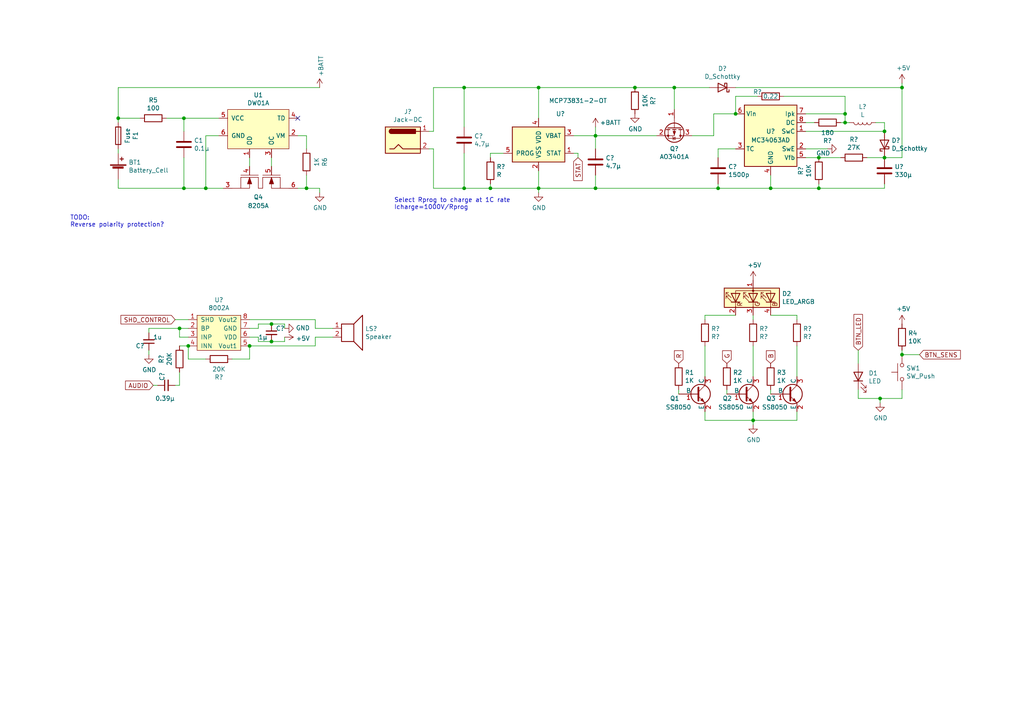
<source format=kicad_sch>
(kicad_sch (version 20211123) (generator eeschema)
  (paper "A4")
  (lib_symbols
    (symbol "Battery_Management:MCP73831-2-OT" (pin_names (offset 1.016))
      (property "Reference" "U" (at -7.62 6.35 0))
      (property "Value" "MCP73831-2-OT" (at 1.27 6.35 0))
      (symbol "MCP73831-2-OT_0_1"
        (rectangle (start -7.62 5.08) (end 7.62 -5.08) (stroke (width 0.254)) (fill (type background)))
      )
      (symbol "MCP73831-2-OT_1_1"
        (pin output line (at 10.16 -2.54 180) (length 2.54) (name "STAT") (number "1"))
        (pin power_in line (at 0 -7.62 90) (length 2.54) (name "VSS") (number "2"))
        (pin power_out line (at 10.16 2.54 180) (length 2.54) (name "VBAT") (number "3"))
        (pin power_in line (at 0 7.62 270) (length 2.54) (name "VDD") (number "4"))
        (pin input line (at -10.16 -2.54 0) (length 2.54) (name "PROG") (number "5"))
      )
    )
    (symbol "Connector:Jack-DC" (pin_names (offset 1.016))
      (property "Reference" "J" (at 0 5.334 0))
      (property "Value" "Jack-DC" (at 0 -5.08 0))
      (symbol "Jack-DC_0_1"
        (rectangle (start -5.08 3.81) (end 5.08 -3.81) (stroke (width 0.254)) (fill (type background)))
        (arc (start -3.302 3.175) (mid -3.937 2.54) (end -3.302 1.905) (stroke (width 0.254)))
        (arc (start -3.302 3.175) (mid -3.937 2.54) (end -3.302 1.905) (stroke (width 0.254)) (fill (type outline)))
        (polyline (pts (xy 5.08 2.54) (xy 3.81 2.54)) (stroke (width 0.254)))
        (polyline (pts (xy -3.81 -2.54) (xy -2.54 -2.54) (xy -1.27 -1.27) (xy 0 -2.54) (xy 2.54 -2.54) (xy 5.08 -2.54)) (stroke (width 0.254)))
        (rectangle (start 3.683 3.175) (end -3.302 1.905) (stroke (width 0.254)) (fill (type outline)))
      )
      (symbol "Jack-DC_1_1"
        (pin passive line (at 7.62 2.54 180) (length 2.54) (name "~") (number "1"))
        (pin passive line (at 7.62 -2.54 180) (length 2.54) (name "~") (number "2"))
      )
    )
    (symbol "Device:Battery_Cell" (pin_numbers hide) (pin_names (offset 0) hide)
      (property "Reference" "BT" (at 2.54 2.54 0))
      (property "Value" "Battery_Cell" (at 2.54 0 0))
      (symbol "Battery_Cell_0_1"
        (rectangle (start -2.286 1.778) (end 2.286 1.524) (fill (type outline)))
        (rectangle (start -1.5748 1.1938) (end 1.4732 0.6858) (fill (type outline)))
        (polyline (pts (xy 0 0.762) (xy 0 0)))
        (polyline (pts (xy 0 1.778) (xy 0 2.54)))
        (polyline (pts (xy 0.508 3.429) (xy 1.524 3.429)) (stroke (width 0.254)))
        (polyline (pts (xy 1.016 3.937) (xy 1.016 2.921)) (stroke (width 0.254)))
      )
      (symbol "Battery_Cell_1_1"
        (pin passive line (at 0 5.08 270) (length 2.54) (name "+") (number "1"))
        (pin passive line (at 0 -2.54 90) (length 2.54) (name "-") (number "2"))
      )
    )
    (symbol "Device:C" (pin_numbers hide) (pin_names (offset 0.254))
      (property "Reference" "C" (at 0.635 2.54 0))
      (property "Value" "C" (at 0.635 -2.54 0))
      (symbol "C_0_1"
        (polyline (pts (xy -2.032 -0.762) (xy 2.032 -0.762)) (stroke (width 0.508)))
        (polyline (pts (xy -2.032 0.762) (xy 2.032 0.762)) (stroke (width 0.508)))
      )
      (symbol "C_1_1"
        (pin passive line (at 0 3.81 270) (length 2.794) (name "~") (number "1"))
        (pin passive line (at 0 -3.81 90) (length 2.794) (name "~") (number "2"))
      )
    )
    (symbol "Device:C_Small" (pin_numbers hide) (pin_names (offset 0.254) hide)
      (property "Reference" "C" (at 0.254 1.778 0))
      (property "Value" "C_Small" (at 0.254 -2.032 0))
      (symbol "C_Small_0_1"
        (polyline (pts (xy -1.524 -0.508) (xy 1.524 -0.508)) (stroke (width 0.3302)))
        (polyline (pts (xy -1.524 0.508) (xy 1.524 0.508)) (stroke (width 0.3048)))
      )
      (symbol "C_Small_1_1"
        (pin passive line (at 0 2.54 270) (length 2.032) (name "~") (number "1"))
        (pin passive line (at 0 -2.54 90) (length 2.032) (name "~") (number "2"))
      )
    )
    (symbol "Device:D_Schottky" (pin_numbers hide) (pin_names (offset 1.016) hide)
      (property "Reference" "D" (at 0 2.54 0))
      (property "Value" "D_Schottky" (at 0 -2.54 0))
      (symbol "D_Schottky_0_1"
        (polyline (pts (xy 1.27 0) (xy -1.27 0)))
        (polyline (pts (xy 1.27 1.27) (xy 1.27 -1.27) (xy -1.27 0) (xy 1.27 1.27)) (stroke (width 0.254)))
        (polyline (pts (xy -1.905 0.635) (xy -1.905 1.27) (xy -1.27 1.27) (xy -1.27 -1.27) (xy -0.635 -1.27) (xy -0.635 -0.635)) (stroke (width 0.254)))
      )
      (symbol "D_Schottky_1_1"
        (pin passive line (at -3.81 0 0) (length 2.54) (name "K") (number "1"))
        (pin passive line (at 3.81 0 180) (length 2.54) (name "A") (number "2"))
      )
    )
    (symbol "Device:Fuse" (pin_numbers hide) (pin_names (offset 0))
      (property "Reference" "F" (at 2.032 0 90))
      (property "Value" "Fuse" (at -1.905 0 90))
      (symbol "Fuse_0_1"
        (rectangle (start -0.762 -2.54) (end 0.762 2.54) (stroke (width 0.254)))
        (polyline (pts (xy 0 2.54) (xy 0 -2.54)))
      )
      (symbol "Fuse_1_1"
        (pin passive line (at 0 3.81 270) (length 1.27) (name "~") (number "1"))
        (pin passive line (at 0 -3.81 90) (length 1.27) (name "~") (number "2"))
      )
    )
    (symbol "Device:L" (pin_numbers hide) (pin_names (offset 1.016) hide)
      (property "Reference" "L" (at -1.27 0 90))
      (property "Value" "L" (at 1.905 0 90))
      (symbol "L_0_1"
        (arc (start 0 -2.54) (mid 0.635 -1.905) (end 0 -1.27))
        (arc (start 0 -1.27) (mid 0.635 -0.635) (end 0 0))
        (arc (start 0 0) (mid 0.635 0.635) (end 0 1.27))
        (arc (start 0 1.27) (mid 0.635 1.905) (end 0 2.54))
      )
      (symbol "L_1_1"
        (pin passive line (at 0 3.81 270) (length 1.27) (name "1") (number "1"))
        (pin passive line (at 0 -3.81 90) (length 1.27) (name "2") (number "2"))
      )
    )
    (symbol "Device:LED" (pin_numbers hide) (pin_names (offset 1.016) hide)
      (property "Reference" "D" (at 0 2.54 0))
      (property "Value" "LED" (at 0 -2.54 0))
      (symbol "LED_0_1"
        (polyline (pts (xy -1.27 -1.27) (xy -1.27 1.27)) (stroke (width 0.254)))
        (polyline (pts (xy -1.27 0) (xy 1.27 0)))
        (polyline (pts (xy 1.27 -1.27) (xy 1.27 1.27) (xy -1.27 0) (xy 1.27 -1.27)) (stroke (width 0.254)))
        (polyline (pts (xy -3.048 -0.762) (xy -4.572 -2.286) (xy -3.81 -2.286) (xy -4.572 -2.286) (xy -4.572 -1.524)))
        (polyline (pts (xy -1.778 -0.762) (xy -3.302 -2.286) (xy -2.54 -2.286) (xy -3.302 -2.286) (xy -3.302 -1.524)))
      )
      (symbol "LED_1_1"
        (pin passive line (at -3.81 0 0) (length 2.54) (name "K") (number "1"))
        (pin passive line (at 3.81 0 180) (length 2.54) (name "A") (number "2"))
      )
    )
    (symbol "Device:LED_ARGB" (pin_names (offset 0) hide)
      (property "Reference" "D" (at 0 9.398 0))
      (property "Value" "LED_ARGB" (at 0 -8.89 0))
      (symbol "LED_ARGB_0_0"
        (text "B" (at -1.905 -6.35 0) (effects (font (size 1.27 1.27))))
        (text "G" (at -1.905 -1.27 0) (effects (font (size 1.27 1.27))))
        (text "R" (at -1.905 3.81 0) (effects (font (size 1.27 1.27))))
      )
      (symbol "LED_ARGB_0_1"
        (polyline (pts (xy -1.27 -5.08) (xy -2.54 -5.08)))
        (polyline (pts (xy -1.27 -5.08) (xy 1.27 -5.08)))
        (polyline (pts (xy -1.27 -3.81) (xy -1.27 -6.35)) (stroke (width 0.254)))
        (polyline (pts (xy -1.27 0) (xy -2.54 0)))
        (polyline (pts (xy -1.27 1.27) (xy -1.27 -1.27)) (stroke (width 0.254)))
        (polyline (pts (xy -1.27 5.08) (xy -2.54 5.08)))
        (polyline (pts (xy -1.27 5.08) (xy 1.27 5.08)))
        (polyline (pts (xy -1.27 6.35) (xy -1.27 3.81)) (stroke (width 0.254)))
        (polyline (pts (xy 1.27 0) (xy -1.27 0)))
        (polyline (pts (xy 1.27 0) (xy 2.54 0)))
        (polyline (pts (xy -1.27 1.27) (xy -1.27 -1.27) (xy -1.27 -1.27)))
        (polyline (pts (xy -1.27 6.35) (xy -1.27 3.81) (xy -1.27 3.81)))
        (polyline (pts (xy 1.27 -5.08) (xy 2.032 -5.08) (xy 2.032 5.08) (xy 1.27 5.08)))
        (polyline (pts (xy 1.27 -3.81) (xy 1.27 -6.35) (xy -1.27 -5.08) (xy 1.27 -3.81)) (stroke (width 0.254)))
        (polyline (pts (xy 1.27 1.27) (xy 1.27 -1.27) (xy -1.27 0) (xy 1.27 1.27)) (stroke (width 0.254)))
        (polyline (pts (xy 1.27 6.35) (xy 1.27 3.81) (xy -1.27 5.08) (xy 1.27 6.35)) (stroke (width 0.254)))
        (polyline (pts (xy -1.016 -3.81) (xy 0.508 -2.286) (xy -0.254 -2.286) (xy 0.508 -2.286) (xy 0.508 -3.048)))
        (polyline (pts (xy -1.016 1.27) (xy 0.508 2.794) (xy -0.254 2.794) (xy 0.508 2.794) (xy 0.508 2.032)))
        (polyline (pts (xy -1.016 6.35) (xy 0.508 7.874) (xy -0.254 7.874) (xy 0.508 7.874) (xy 0.508 7.112)))
        (polyline (pts (xy 0 -3.81) (xy 1.524 -2.286) (xy 0.762 -2.286) (xy 1.524 -2.286) (xy 1.524 -3.048)))
        (polyline (pts (xy 0 1.27) (xy 1.524 2.794) (xy 0.762 2.794) (xy 1.524 2.794) (xy 1.524 2.032)))
        (polyline (pts (xy 0 6.35) (xy 1.524 7.874) (xy 0.762 7.874) (xy 1.524 7.874) (xy 1.524 7.112)))
        (rectangle (start 1.27 -1.27) (end 1.27 1.27))
        (rectangle (start 1.27 1.27) (end 1.27 1.27))
        (rectangle (start 1.27 3.81) (end 1.27 6.35))
        (rectangle (start 1.27 6.35) (end 1.27 6.35))
        (circle (center 2.032 0) (radius 0.254) (fill (type outline)))
        (rectangle (start 2.794 8.382) (end -2.794 -7.62) (stroke (width 0.254)) (fill (type background)))
      )
      (symbol "LED_ARGB_1_1"
        (pin passive line (at 5.08 0 180) (length 2.54) (name "A") (number "1"))
        (pin passive line (at -5.08 5.08 0) (length 2.54) (name "RK") (number "2"))
        (pin passive line (at -5.08 0 0) (length 2.54) (name "GK") (number "3"))
        (pin passive line (at -5.08 -5.08 0) (length 2.54) (name "BK") (number "4"))
      )
    )
    (symbol "Device:R" (pin_numbers hide) (pin_names (offset 0))
      (property "Reference" "R" (at 2.032 0 90))
      (property "Value" "R" (at 0 0 90))
      (symbol "R_0_1"
        (rectangle (start -1.016 -2.54) (end 1.016 2.54) (stroke (width 0.254)))
      )
      (symbol "R_1_1"
        (pin passive line (at 0 3.81 270) (length 1.27) (name "~") (number "1"))
        (pin passive line (at 0 -3.81 90) (length 1.27) (name "~") (number "2"))
      )
    )
    (symbol "Device:Speaker" (pin_names (offset 0) hide)
      (property "Reference" "LS" (at 1.27 5.715 0))
      (property "Value" "Speaker" (at 1.27 3.81 0))
      (symbol "Speaker_0_0"
        (rectangle (start -2.54 1.27) (end 1.016 -3.81) (stroke (width 0.254)))
        (polyline (pts (xy 1.016 1.27) (xy 3.556 3.81) (xy 3.556 -6.35) (xy 1.016 -3.81)) (stroke (width 0.254)))
      )
      (symbol "Speaker_1_1"
        (pin input line (at -5.08 0 0) (length 2.54) (name "1") (number "1"))
        (pin input line (at -5.08 -2.54 0) (length 2.54) (name "2") (number "2"))
      )
    )
    (symbol "Lightsaber_custom:8002A" (pin_names (offset 1.016))
      (property "Reference" "U" (at 0 2.54 0))
      (property "Value" "8002A" (at 0 0 0))
      (symbol "8002A_0_1"
        (rectangle (start -6.35 -2.54) (end 6.35 -12.7) (fill (type background)))
      )
      (symbol "8002A_1_1"
        (pin bidirectional line (at -8.89 -3.81 0) (length 2.54) (name "SHD") (number "1"))
        (pin bidirectional line (at -8.89 -6.35 0) (length 2.54) (name "BP") (number "2"))
        (pin bidirectional line (at -8.89 -8.89 0) (length 2.54) (name "INP") (number "3"))
        (pin bidirectional line (at -8.89 -11.43 0) (length 2.54) (name "INN") (number "4"))
        (pin bidirectional line (at 8.89 -11.43 180) (length 2.54) (name "Vout1") (number "5"))
        (pin bidirectional line (at 8.89 -8.89 180) (length 2.54) (name "VDD") (number "6"))
        (pin bidirectional line (at 8.89 -6.35 180) (length 2.54) (name "GND") (number "7"))
        (pin bidirectional line (at 8.89 -3.81 180) (length 2.54) (name "Vout2") (number "8"))
      )
    )
    (symbol "Lightsaber_custom:8205A" (pin_names (offset 1.016) hide)
      (property "Reference" "Q" (at 0 2.54 0))
      (property "Value" "8205A" (at 0 0 0))
      (symbol "8205A_0_1"
        (polyline (pts (xy -8.89 -11.43) (xy -6.35 -11.43)))
        (polyline (pts (xy 0 -11.43) (xy -1.27 -11.43)))
        (polyline (pts (xy 5.08 -11.43) (xy 7.62 -11.43)))
        (polyline (pts (xy -3.81 -10.16) (xy -3.81 -11.43) (xy -6.35 -11.43)))
        (polyline (pts (xy 2.54 -10.16) (xy 2.54 -11.43) (xy 5.08 -11.43)))
      )
      (symbol "8205A_1_1"
        (polyline (pts (xy -6.35 -8.255) (xy -6.35 -11.43)))
        (polyline (pts (xy -6.35 -8.255) (xy -1.27 -8.255)))
        (polyline (pts (xy -6.35 -7.62) (xy -1.27 -7.62)))
        (polyline (pts (xy -1.27 -11.43) (xy -1.27 -8.255)))
        (polyline (pts (xy 0 -8.255) (xy 0 -11.43)))
        (polyline (pts (xy 0 -8.255) (xy 5.08 -8.255)))
        (polyline (pts (xy 0 -7.62) (xy 5.08 -7.62)))
        (polyline (pts (xy 5.08 -11.43) (xy 5.08 -8.255)))
        (polyline (pts (xy -3.81 -8.255) (xy -3.175 -10.16) (xy -4.445 -10.16) (xy -3.81 -8.255)) (fill (type outline)))
        (polyline (pts (xy 2.54 -8.255) (xy 3.175 -10.16) (xy 1.905 -10.16) (xy 2.54 -8.255)) (fill (type outline)))
        (pin passive line (at -1.27 -11.43 270) (length 2.54) hide (name "D1") (number "1"))
        (pin passive line (at -11.43 -8.89 0) (length 2.54) hide (name "S1") (number "2"))
        (pin passive line (at -11.43 -11.43 0) (length 2.54) (name "S1") (number "3"))
        (pin passive line (at -3.81 -5.08 270) (length 2.54) (name "G1") (number "4"))
        (pin passive line (at 2.54 -5.08 270) (length 2.54) (name "G2") (number "5"))
        (pin passive line (at 10.16 -11.43 180) (length 2.54) (name "S2") (number "6"))
        (pin passive line (at 10.16 -8.89 180) (length 2.54) hide (name "S2") (number "7"))
        (pin passive line (at 0 -11.43 270) (length 2.54) hide (name "D2") (number "8"))
      )
    )
    (symbol "Lightsaber_custom:DW01A" (pin_names (offset 1.016))
      (property "Reference" "U" (at -1.27 1.27 0))
      (property "Value" "DW01A" (at -1.27 -1.27 0))
      (symbol "DW01A_0_1"
        (rectangle (start -10.16 -2.54) (end 7.62 -13.97) (fill (type background)))
      )
      (symbol "DW01A_1_1"
        (pin output line (at -3.81 -16.51 90) (length 2.54) (name "OD") (number "1"))
        (pin input line (at 10.16 -10.16 180) (length 2.54) (name "VM") (number "2"))
        (pin output line (at 2.54 -16.51 90) (length 2.54) (name "OC") (number "3"))
        (pin output line (at 10.16 -5.08 180) (length 2.54) (name "TD") (number "4"))
        (pin input line (at -12.7 -5.08 0) (length 2.54) (name "VCC") (number "5"))
        (pin input line (at -12.7 -10.16 0) (length 2.54) (name "GND") (number "6"))
      )
    )
    (symbol "Lightsaber_custom:SS8050" (pin_names (offset 0))
      (property "Reference" "Q" (at -3.81 -6.35 0))
      (property "Value" "SS8050" (at -3.81 -8.89 0))
      (symbol "SS8050_1_1"
        (polyline (pts (xy 0.635 -12.065) (xy 2.54 -10.16)))
        (polyline (pts (xy 0.635 -13.335) (xy 2.54 -15.24) (xy 2.54 -15.24)))
        (polyline (pts (xy 0.635 -10.795) (xy 0.635 -14.605) (xy 0.635 -14.605)) (stroke (width 0.508)))
        (polyline (pts (xy 1.27 -14.478) (xy 1.778 -13.97) (xy 2.286 -14.986) (xy 1.27 -14.478) (xy 1.27 -14.478)) (fill (type outline)))
        (circle (center 1.27 -12.7) (radius 2.8194) (stroke (width 0.254)))
        (pin passive line (at -5.08 -12.7 0) (length 5.715) (name "B") (number "1"))
        (pin passive line (at 2.54 -17.78 90) (length 2.54) (name "E") (number "2"))
        (pin passive line (at 2.54 -7.62 270) (length 2.54) (name "C") (number "3"))
      )
    )
    (symbol "Regulator_Switching:MC34063AD"
      (property "Reference" "U" (at -7.62 8.89 0))
      (property "Value" "MC34063AD" (at 0 8.89 0))
      (symbol "MC34063AD_0_1"
        (rectangle (start -7.62 7.62) (end 7.62 -10.16) (stroke (width 0.254)) (fill (type background)))
      )
      (symbol "MC34063AD_1_1"
        (pin open_collector line (at 10.16 0 180) (length 2.54) (name "SwC") (number "1"))
        (pin open_emitter line (at 10.16 -5.08 180) (length 2.54) (name "SwE") (number "2"))
        (pin passive line (at -10.16 -5.08 0) (length 2.54) (name "TC") (number "3"))
        (pin power_in line (at 0 -12.7 90) (length 2.54) (name "GND") (number "4"))
        (pin input line (at 10.16 -7.62 180) (length 2.54) (name "Vfb") (number "5"))
        (pin power_in line (at -10.16 5.08 0) (length 2.54) (name "Vin") (number "6"))
        (pin input line (at 10.16 5.08 180) (length 2.54) (name "Ipk") (number "7"))
        (pin open_collector line (at 10.16 2.54 180) (length 2.54) (name "DC") (number "8"))
      )
    )
    (symbol "Switch:SW_Push" (pin_numbers hide) (pin_names (offset 1.016) hide)
      (property "Reference" "SW" (at 1.27 2.54 0))
      (property "Value" "SW_Push" (at 0 -1.524 0))
      (symbol "SW_Push_0_1"
        (circle (center -2.032 0) (radius 0.508))
        (polyline (pts (xy 0 1.27) (xy 0 3.048)))
        (polyline (pts (xy 2.54 1.27) (xy -2.54 1.27)))
        (circle (center 2.032 0) (radius 0.508))
        (pin passive line (at -5.08 0 0) (length 2.54) (name "1") (number "1"))
        (pin passive line (at 5.08 0 180) (length 2.54) (name "2") (number "2"))
      )
    )
    (symbol "Transistor_FET:AO3401A" (pin_names hide)
      (property "Reference" "Q" (at 5.08 1.905 0))
      (property "Value" "AO3401A" (at 5.08 0 0))
      (symbol "AO3401A_0_1"
        (polyline (pts (xy 0.254 0) (xy -2.54 0)))
        (polyline (pts (xy 0.254 1.905) (xy 0.254 -1.905)) (stroke (width 0.254)))
        (polyline (pts (xy 0.762 -1.27) (xy 0.762 -2.286)) (stroke (width 0.254)))
        (polyline (pts (xy 0.762 0.508) (xy 0.762 -0.508)) (stroke (width 0.254)))
        (polyline (pts (xy 0.762 2.286) (xy 0.762 1.27)) (stroke (width 0.254)))
        (polyline (pts (xy 2.54 2.54) (xy 2.54 1.778)))
        (polyline (pts (xy 2.54 -2.54) (xy 2.54 0) (xy 0.762 0)))
        (polyline (pts (xy 0.762 1.778) (xy 3.302 1.778) (xy 3.302 -1.778) (xy 0.762 -1.778)))
        (polyline (pts (xy 2.286 0) (xy 1.27 0.381) (xy 1.27 -0.381) (xy 2.286 0)) (fill (type outline)))
        (polyline (pts (xy 2.794 -0.508) (xy 2.921 -0.381) (xy 3.683 -0.381) (xy 3.81 -0.254)))
        (polyline (pts (xy 3.302 -0.381) (xy 2.921 0.254) (xy 3.683 0.254) (xy 3.302 -0.381)))
        (circle (center 1.651 0) (radius 2.794) (stroke (width 0.254)))
        (circle (center 2.54 -1.778) (radius 0.254) (fill (type outline)))
        (circle (center 2.54 1.778) (radius 0.254) (fill (type outline)))
      )
      (symbol "AO3401A_1_1"
        (pin input line (at -5.08 0 0) (length 2.54) (name "G") (number "1"))
        (pin passive line (at 2.54 -5.08 90) (length 2.54) (name "S") (number "2"))
        (pin passive line (at 2.54 5.08 270) (length 2.54) (name "D") (number "3"))
      )
    )
    (symbol "power:+5V" (power) (pin_names (offset 0))
      (property "Value" "+5V" (at 0 3.556 0))
      (symbol "+5V_0_1"
        (polyline (pts (xy -0.762 1.27) (xy 0 2.54)))
        (polyline (pts (xy 0 0) (xy 0 2.54)))
        (polyline (pts (xy 0 2.54) (xy 0.762 1.27)))
      )
      (symbol "+5V_1_1"
        (pin power_in line (at 0 0 90) (length 0) hide (name "+5V") (number "1"))
      )
    )
    (symbol "power:+BATT" (power) (pin_names (offset 0))
      (property "Value" "+BATT" (at 0 3.556 0))
      (symbol "+BATT_0_1"
        (polyline (pts (xy -0.762 1.27) (xy 0 2.54)))
        (polyline (pts (xy 0 0) (xy 0 2.54)))
        (polyline (pts (xy 0 2.54) (xy 0.762 1.27)))
      )
      (symbol "+BATT_1_1"
        (pin power_in line (at 0 0 90) (length 0) hide (name "+BATT") (number "1"))
      )
    )
    (symbol "power:GND" (power) (pin_names (offset 0))
      (property "Value" "GND" (at 0 -3.81 0))
      (symbol "GND_0_1"
        (polyline (pts (xy 0 0) (xy 0 -1.27) (xy 1.27 -1.27) (xy 0 -2.54) (xy -1.27 -1.27) (xy 0 -1.27)))
      )
      (symbol "GND_1_1"
        (pin power_in line (at 0 0 270) (length 0) hide (name "GND") (number "1"))
      )
    )
  )
  (junction (at 172.72 39.37))
  (junction (at 208.28 54.61))
  (junction (at 78.74 93.98))
  (junction (at 184.15 25.4))
  (junction (at 245.11 35.56))
  (junction (at 261.62 25.4))
  (junction (at 53.34 34.29))
  (junction (at 255.27 115.57))
  (junction (at 72.39 100.33))
  (junction (at 218.44 121.92))
  (junction (at 156.21 25.4))
  (junction (at 245.11 33.02))
  (junction (at 213.36 33.02))
  (junction (at 52.07 95.25))
  (junction (at 142.24 54.61))
  (junction (at 261.62 102.87))
  (junction (at 172.72 54.61))
  (junction (at 223.52 54.61))
  (junction (at 59.69 54.61))
  (junction (at 53.34 54.61))
  (junction (at 34.29 34.29))
  (junction (at 134.62 25.4))
  (junction (at 54.61 100.33))
  (junction (at 256.54 45.72))
  (junction (at 156.21 54.61))
  (junction (at 134.62 54.61))
  (junction (at 88.9 54.61))
  (junction (at 195.58 25.4))
  (junction (at 78.74 99.06))
  (junction (at 237.49 54.61))
  (junction (at 237.49 45.72))
  (junction (at 256.54 38.1))
  (no_connect (at 86.36 34.29))
  (wire (pts (xy 218.44 121.92) (xy 231.14 121.92)))
  (wire (pts (xy 210.82 114.3) (xy 210.82 113.03)))
  (wire (pts (xy 74.93 95.25) (xy 74.93 93.98)))
  (wire (pts (xy 255.27 116.84) (xy 255.27 115.57)))
  (wire (pts (xy 248.92 115.57) (xy 248.92 113.03)))
  (wire (pts (xy 78.74 99.06) (xy 74.93 99.06)))
  (wire (pts (xy 74.93 97.79) (xy 72.39 97.79)))
  (wire (pts (xy 167.64 44.45) (xy 166.37 44.45)))
  (wire (pts (xy 223.52 91.44) (xy 231.14 91.44)))
  (wire (pts (xy 124.46 38.1) (xy 125.73 38.1)))
  (wire (pts (xy 63.5 34.29) (xy 53.34 34.29)))
  (wire (pts (xy 256.54 45.72) (xy 261.62 45.72)))
  (wire (pts (xy 124.46 43.18) (xy 125.73 43.18)))
  (wire (pts (xy 167.64 45.72) (xy 167.64 44.45)))
  (wire (pts (xy 142.24 53.34) (xy 142.24 54.61)))
  (wire (pts (xy 255.27 115.57) (xy 261.62 115.57)))
  (wire (pts (xy 218.44 91.44) (xy 218.44 92.71)))
  (wire (pts (xy 256.54 45.72) (xy 251.46 45.72)))
  (wire (pts (xy 88.9 54.61) (xy 92.71 54.61)))
  (wire (pts (xy 195.58 25.4) (xy 195.58 31.75)))
  (wire (pts (xy 213.36 91.44) (xy 204.47 91.44)))
  (wire (pts (xy 72.39 45.72) (xy 72.39 48.26)))
  (wire (pts (xy 52.07 111.76) (xy 52.07 107.95)))
  (wire (pts (xy 207.01 33.02) (xy 207.01 39.37)))
  (wire (pts (xy 82.55 93.98) (xy 82.55 95.25)))
  (wire (pts (xy 34.29 25.4) (xy 92.71 25.4)))
  (wire (pts (xy 246.38 35.56) (xy 245.11 35.56)))
  (wire (pts (xy 213.36 43.18) (xy 208.28 43.18)))
  (wire (pts (xy 245.11 27.94) (xy 227.33 27.94)))
  (wire (pts (xy 245.11 35.56) (xy 243.84 35.56)))
  (wire (pts (xy 74.93 99.06) (xy 74.93 97.79)))
  (wire (pts (xy 44.45 111.76) (xy 45.72 111.76)))
  (wire (pts (xy 196.85 114.3) (xy 196.85 113.03)))
  (wire (pts (xy 72.39 100.33) (xy 91.44 100.33)))
  (wire (pts (xy 208.28 43.18) (xy 208.28 45.72)))
  (wire (pts (xy 184.15 25.4) (xy 195.58 25.4)))
  (wire (pts (xy 223.52 114.3) (xy 223.52 113.03)))
  (wire (pts (xy 52.07 97.79) (xy 52.07 95.25)))
  (wire (pts (xy 142.24 45.72) (xy 142.24 44.45)))
  (wire (pts (xy 172.72 54.61) (xy 156.21 54.61)))
  (wire (pts (xy 237.49 54.61) (xy 223.52 54.61)))
  (wire (pts (xy 59.69 104.14) (xy 54.61 104.14)))
  (wire (pts (xy 59.69 39.37) (xy 59.69 54.61)))
  (wire (pts (xy 261.62 25.4) (xy 261.62 24.13)))
  (wire (pts (xy 190.5 39.37) (xy 172.72 39.37)))
  (wire (pts (xy 54.61 104.14) (xy 54.61 100.33)))
  (wire (pts (xy 88.9 39.37) (xy 86.36 39.37)))
  (wire (pts (xy 213.36 27.94) (xy 213.36 33.02)))
  (wire (pts (xy 92.71 55.88) (xy 92.71 54.61)))
  (wire (pts (xy 172.72 39.37) (xy 172.72 43.18)))
  (wire (pts (xy 261.62 45.72) (xy 261.62 25.4)))
  (wire (pts (xy 207.01 39.37) (xy 200.66 39.37)))
  (wire (pts (xy 34.29 34.29) (xy 40.64 34.29)))
  (wire (pts (xy 204.47 121.92) (xy 204.47 119.38)))
  (wire (pts (xy 88.9 43.18) (xy 88.9 39.37)))
  (wire (pts (xy 256.54 38.1) (xy 256.54 35.56)))
  (wire (pts (xy 218.44 123.19) (xy 218.44 121.92)))
  (wire (pts (xy 219.71 27.94) (xy 213.36 27.94)))
  (wire (pts (xy 34.29 34.29) (xy 34.29 25.4)))
  (wire (pts (xy 256.54 54.61) (xy 237.49 54.61)))
  (wire (pts (xy 88.9 50.8) (xy 88.9 54.61)))
  (wire (pts (xy 72.39 95.25) (xy 74.93 95.25)))
  (wire (pts (xy 78.74 45.72) (xy 78.74 48.26)))
  (wire (pts (xy 236.22 35.56) (xy 233.68 35.56)))
  (wire (pts (xy 204.47 100.33) (xy 204.47 109.22)))
  (wire (pts (xy 172.72 50.8) (xy 172.72 54.61)))
  (wire (pts (xy 67.31 104.14) (xy 72.39 104.14)))
  (wire (pts (xy 240.03 43.18) (xy 233.68 43.18)))
  (wire (pts (xy 96.52 95.25) (xy 91.44 95.25)))
  (wire (pts (xy 74.93 93.98) (xy 78.74 93.98)))
  (wire (pts (xy 34.29 52.07) (xy 34.29 54.61)))
  (wire (pts (xy 125.73 25.4) (xy 125.73 38.1)))
  (wire (pts (xy 256.54 53.34) (xy 256.54 54.61)))
  (wire (pts (xy 125.73 25.4) (xy 134.62 25.4)))
  (wire (pts (xy 34.29 54.61) (xy 53.34 54.61)))
  (wire (pts (xy 134.62 25.4) (xy 156.21 25.4)))
  (wire (pts (xy 91.44 100.33) (xy 91.44 97.79)))
  (wire (pts (xy 255.27 115.57) (xy 248.92 115.57)))
  (wire (pts (xy 53.34 45.72) (xy 53.34 54.61)))
  (wire (pts (xy 156.21 25.4) (xy 184.15 25.4)))
  (wire (pts (xy 208.28 54.61) (xy 172.72 54.61)))
  (wire (pts (xy 54.61 97.79) (xy 52.07 97.79)))
  (wire (pts (xy 204.47 91.44) (xy 204.47 92.71)))
  (wire (pts (xy 43.18 95.25) (xy 52.07 95.25)))
  (wire (pts (xy 78.74 93.98) (xy 82.55 93.98)))
  (wire (pts (xy 82.55 97.79) (xy 82.55 99.06)))
  (wire (pts (xy 125.73 43.18) (xy 125.73 54.61)))
  (wire (pts (xy 53.34 38.1) (xy 53.34 34.29)))
  (wire (pts (xy 82.55 99.06) (xy 78.74 99.06)))
  (wire (pts (xy 156.21 54.61) (xy 156.21 49.53)))
  (wire (pts (xy 142.24 44.45) (xy 146.05 44.45)))
  (wire (pts (xy 223.52 54.61) (xy 208.28 54.61)))
  (wire (pts (xy 91.44 95.25) (xy 91.44 92.71)))
  (wire (pts (xy 156.21 55.88) (xy 156.21 54.61)))
  (wire (pts (xy 231.14 121.92) (xy 231.14 119.38)))
  (wire (pts (xy 34.29 43.18) (xy 34.29 44.45)))
  (wire (pts (xy 245.11 33.02) (xy 233.68 33.02)))
  (wire (pts (xy 156.21 25.4) (xy 156.21 34.29)))
  (wire (pts (xy 231.14 91.44) (xy 231.14 92.71)))
  (wire (pts (xy 231.14 100.33) (xy 231.14 109.22)))
  (wire (pts (xy 59.69 54.61) (xy 64.77 54.61)))
  (wire (pts (xy 233.68 38.1) (xy 256.54 38.1)))
  (wire (pts (xy 72.39 104.14) (xy 72.39 100.33)))
  (wire (pts (xy 86.36 54.61) (xy 88.9 54.61)))
  (wire (pts (xy 134.62 25.4) (xy 134.62 36.83)))
  (wire (pts (xy 34.29 34.29) (xy 34.29 35.56)))
  (wire (pts (xy 218.44 121.92) (xy 204.47 121.92)))
  (wire (pts (xy 218.44 100.33) (xy 218.44 109.22)))
  (wire (pts (xy 53.34 54.61) (xy 59.69 54.61)))
  (wire (pts (xy 233.68 45.72) (xy 237.49 45.72)))
  (wire (pts (xy 172.72 36.83) (xy 172.72 39.37)))
  (wire (pts (xy 243.84 45.72) (xy 237.49 45.72)))
  (wire (pts (xy 134.62 44.45) (xy 134.62 54.61)))
  (wire (pts (xy 208.28 54.61) (xy 208.28 53.34)))
  (wire (pts (xy 218.44 121.92) (xy 218.44 119.38)))
  (wire (pts (xy 261.62 101.6) (xy 261.62 102.87)))
  (wire (pts (xy 134.62 54.61) (xy 142.24 54.61)))
  (wire (pts (xy 245.11 33.02) (xy 245.11 27.94)))
  (wire (pts (xy 223.52 50.8) (xy 223.52 54.61)))
  (wire (pts (xy 261.62 115.57) (xy 261.62 113.03)))
  (wire (pts (xy 142.24 54.61) (xy 156.21 54.61)))
  (wire (pts (xy 91.44 97.79) (xy 96.52 97.79)))
  (wire (pts (xy 43.18 96.52) (xy 43.18 95.25)))
  (wire (pts (xy 213.36 25.4) (xy 261.62 25.4)))
  (wire (pts (xy 52.07 95.25) (xy 54.61 95.25)))
  (wire (pts (xy 53.34 34.29) (xy 48.26 34.29)))
  (wire (pts (xy 50.8 92.71) (xy 54.61 92.71)))
  (wire (pts (xy 205.74 25.4) (xy 195.58 25.4)))
  (wire (pts (xy 91.44 92.71) (xy 72.39 92.71)))
  (wire (pts (xy 213.36 33.02) (xy 207.01 33.02)))
  (wire (pts (xy 266.7 102.87) (xy 261.62 102.87)))
  (wire (pts (xy 237.49 53.34) (xy 237.49 54.61)))
  (wire (pts (xy 245.11 35.56) (xy 245.11 33.02)))
  (wire (pts (xy 52.07 100.33) (xy 54.61 100.33)))
  (wire (pts (xy 43.18 102.87) (xy 43.18 101.6)))
  (wire (pts (xy 256.54 35.56) (xy 254 35.56)))
  (wire (pts (xy 63.5 39.37) (xy 59.69 39.37)))
  (wire (pts (xy 172.72 39.37) (xy 166.37 39.37)))
  (wire (pts (xy 248.92 101.6) (xy 248.92 105.41)))
  (wire (pts (xy 125.73 54.61) (xy 134.62 54.61)))
  (wire (pts (xy 50.8 111.76) (xy 52.07 111.76)))
  (text "Select Rprog to charge at 1C rate\nIcharge=1000V/Rprog" (at 114.3 60.96 0) (effects (font (size 1.27 1.27)) (justify left bottom)))
  (text "TODO:\nReverse polarity protection?" (at 20.32 66.04 0) (effects (font (size 1.27 1.27)) (justify left bottom)))
  (global_label "R" (shape input) (at 196.85 105.41 90) (property "Intersheet References" "${INTERSHEET_REFS}" (effects hide)))
  (global_label "B" (shape input) (at 223.52 105.41 90) (property "Intersheet References" "${INTERSHEET_REFS}" (effects hide)))
  (global_label "STAT" (shape input) (at 167.64 45.72 270) (property "Intersheet References" "${INTERSHEET_REFS}" (effects hide)))
  (global_label "BTN_LED" (shape input) (at 248.92 101.6 90) (property "Intersheet References" "${INTERSHEET_REFS}" (effects hide)))
  (global_label "G" (shape input) (at 210.82 105.41 90) (property "Intersheet References" "${INTERSHEET_REFS}" (effects hide)))
  (global_label "AUDIO" (shape input) (at 44.45 111.76 180) (property "Intersheet References" "${INTERSHEET_REFS}" (effects hide)))
  (global_label "BTN_SENS" (shape input) (at 266.7 102.87 0) (property "Intersheet References" "${INTERSHEET_REFS}" (effects hide)))
  (global_label "SHD_CONTROL" (shape input) (at 50.8 92.71 180) (property "Intersheet References" "${INTERSHEET_REFS}" (effects hide)))
  (symbol (lib_id "power:+5V") (at 218.44 81.28 0) (unit 1)
    (property "Reference" "#PWR02" (effects hide))
    (property "Value" "+5V" (at 218.821 76.8858 0))
  )
  (symbol (lib_id "power:GND") (at 218.44 123.19 0) (unit 1)
    (property "Reference" "#PWR03" (effects hide))
    (property "Value" "GND" (at 218.567 127.5842 0))
  )
  (symbol (lib_id "Lightsaber_custom:SS8050") (at 201.93 101.6 0) (unit 1)
    (property "Reference" "Q1" (at 194.31 115.57 0) (effects (justify left)))
    (property "Value" "SS8050" (at 193.04 118.11 0) (effects (justify left)))
    (property "Footprint" "Package_TO_SOT_SMD:SOT-23_Handsoldering" (effects hide))
    (property "Datasheet" "https://datasheet.lcsc.com/lcsc/1811052004_Jiangsu-Changjing-Electronics-Technology-Co---Ltd--SS8050_C2150.pdf" (effects hide))
  )
  (symbol (lib_id "Device:R") (at 196.85 109.22 180) (unit 1)
    (property "Reference" "R1" (at 198.628 108.0516 0) (effects (justify right)))
    (property "Value" "1K" (at 198.628 110.363 0) (effects (justify right)))
    (property "Footprint" "Resistor_SMD:R_0402_1005Metric" (effects hide))
  )
  (symbol (lib_id "Device:LED_ARGB") (at 218.44 86.36 90) (unit 1)
    (property "Reference" "D2" (at 226.822 85.1916 90) (effects (justify right)))
    (property "Value" "LED_ARGB" (at 226.822 87.503 90) (effects (justify right)))
    (property "Footprint" "Connector_PinHeader_2.54mm:PinHeader_1x04_P2.54mm_Vertical" (effects hide))
  )
  (symbol (lib_id "Lightsaber_custom:SS8050") (at 215.9 101.6 0) (unit 1)
    (property "Reference" "Q2" (at 209.55 115.57 0) (effects (justify left)))
    (property "Value" "SS8050" (at 208.28 118.11 0) (effects (justify left)))
    (property "Footprint" "Package_TO_SOT_SMD:SOT-23_Handsoldering" (effects hide))
    (property "Datasheet" "https://datasheet.lcsc.com/lcsc/1811052004_Jiangsu-Changjing-Electronics-Technology-Co---Ltd--SS8050_C2150.pdf" (effects hide))
  )
  (symbol (lib_id "Device:R") (at 210.82 109.22 180) (unit 1)
    (property "Reference" "R2" (at 212.598 108.0516 0) (effects (justify right)))
    (property "Value" "1K" (at 212.598 110.363 0) (effects (justify right)))
    (property "Footprint" "Resistor_SMD:R_0402_1005Metric" (effects hide))
  )
  (symbol (lib_id "Lightsaber_custom:SS8050") (at 228.6 101.6 0) (unit 1)
    (property "Reference" "Q3" (at 222.25 115.57 0) (effects (justify left)))
    (property "Value" "SS8050" (at 220.98 118.11 0) (effects (justify left)))
    (property "Footprint" "Package_TO_SOT_SMD:SOT-23_Handsoldering" (effects hide))
    (property "Datasheet" "https://datasheet.lcsc.com/lcsc/1811052004_Jiangsu-Changjing-Electronics-Technology-Co---Ltd--SS8050_C2150.pdf" (effects hide))
  )
  (symbol (lib_id "Device:R") (at 223.52 109.22 180) (unit 1)
    (property "Reference" "R3" (at 225.298 108.0516 0) (effects (justify right)))
    (property "Value" "1K" (at 225.298 110.363 0) (effects (justify right)))
    (property "Footprint" "Resistor_SMD:R_0402_1005Metric" (effects hide))
  )
  (symbol (lib_id "Device:LED") (at 248.92 109.22 90) (unit 1)
    (property "Reference" "D1" (at 251.9172 108.2294 90) (effects (justify right)))
    (property "Value" "LED" (at 251.9172 110.5408 90) (effects (justify right)))
  )
  (symbol (lib_id "Switch:SW_Push") (at 261.62 107.95 90) (unit 1)
    (property "Reference" "SW1" (at 262.8392 106.7816 90) (effects (justify right)))
    (property "Value" "SW_Push" (at 262.8392 109.093 90) (effects (justify right)))
  )
  (symbol (lib_id "Device:R") (at 261.62 97.79 0) (unit 1)
    (property "Reference" "R4" (at 263.398 96.6216 0) (effects (justify left)))
    (property "Value" "10K" (at 263.398 98.933 0) (effects (justify left)))
    (property "Footprint" "Resistor_SMD:R_0402_1005Metric" (effects hide))
  )
  (symbol (lib_id "power:+5V") (at 261.62 93.98 0) (unit 1)
    (property "Reference" "#PWR04" (effects hide))
    (property "Value" "+5V" (at 262.001 89.5858 0))
  )
  (symbol (lib_id "power:GND") (at 255.27 116.84 0) (unit 1)
    (property "Reference" "#PWR01" (effects hide))
    (property "Value" "GND" (at 255.397 121.2342 0))
  )
  (symbol (lib_id "Device:Battery_Cell") (at 34.29 49.53 0) (unit 1)
    (property "Reference" "BT1" (at 37.2872 47.0916 0) (effects (justify left)))
    (property "Value" "Battery_Cell" (at 37.2872 49.403 0) (effects (justify left)))
  )
  (symbol (lib_id "Device:Fuse") (at 34.29 39.37 180) (unit 1)
    (property "Reference" "F1" (at 39.2938 39.37 90))
    (property "Value" "Fuse" (at 36.9824 39.37 90))
  )
  (symbol (lib_id "Lightsaber_custom:DW01A") (at 76.2 29.21 0) (unit 1)
    (property "Reference" "U1" (at 74.93 27.559 0))
    (property "Value" "DW01A" (at 74.93 29.8704 0))
    (property "Footprint" "Package_TO_SOT_SMD:SOT-23-6_Handsoldering" (effects hide))
  )
  (symbol (lib_id "Device:R") (at 44.45 34.29 270) (unit 1)
    (property "Reference" "R5" (at 44.45 29.0322 90))
    (property "Value" "100" (at 44.45 31.3436 90))
    (property "Footprint" "Resistor_SMD:R_0402_1005Metric" (effects hide))
  )
  (symbol (lib_id "Device:C") (at 53.34 41.91 0) (unit 1)
    (property "Reference" "C1" (at 56.261 40.7416 0) (effects (justify left)))
    (property "Value" "0.1µ" (at 56.261 43.053 0) (effects (justify left)))
  )
  (symbol (lib_id "power:GND") (at 92.71 55.88 0) (unit 1)
    (property "Reference" "#PWR0101" (effects hide))
    (property "Value" "GND" (at 92.837 60.2742 0))
  )
  (symbol (lib_id "Battery_Management:MCP73831-2-OT") (at 156.21 41.91 0) (unit 1)
    (property "Reference" "U?" (at 162.56 33.02 0))
    (property "Value" "MCP73831-2-OT" (at 167.64 29.21 0))
    (property "Footprint" "Package_TO_SOT_SMD:SOT-23-5" (effects hide))
    (property "Datasheet" "http://ww1.microchip.com/downloads/en/DeviceDoc/20001984g.pdf" (effects hide))
  )
  (symbol (lib_id "Lightsaber_custom:8205A") (at 76.2 43.18 0) (unit 1)
    (property "Reference" "Q4" (at 74.93 57.15 0))
    (property "Value" "8205A" (at 74.93 59.69 0))
    (property "Footprint" "Package_SO:TSSOP-8_4.4x3mm_P0.65mm" (effects hide))
  )
  (symbol (lib_id "Device:R") (at 142.24 49.53 0) (unit 1)
    (property "Reference" "R?" (at 144.018 48.3616 0) (effects (justify left)))
    (property "Value" "R" (at 144.018 50.673 0) (effects (justify left)))
  )
  (symbol (lib_id "Device:C") (at 134.62 40.64 0) (unit 1)
    (property "Reference" "C?" (at 137.541 39.4716 0) (effects (justify left)))
    (property "Value" "4.7µ" (at 137.541 41.783 0) (effects (justify left)))
  )
  (symbol (lib_id "Device:C") (at 172.72 46.99 0) (unit 1)
    (property "Reference" "C?" (at 175.641 45.8216 0) (effects (justify left)))
    (property "Value" "4.7µ" (at 175.641 48.133 0) (effects (justify left)))
  )
  (symbol (lib_id "power:+BATT") (at 172.72 36.83 0) (unit 1)
    (property "Reference" "#PWR?" (effects hide))
    (property "Value" "+BATT" (at 173.99 35.56 0) (effects (justify left)))
  )
  (symbol (lib_id "Transistor_FET:AO3401A") (at 195.58 36.83 270) (unit 1)
    (property "Reference" "Q?" (at 195.58 43.1546 90))
    (property "Value" "AO3401A" (at 195.58 45.466 90))
    (property "Footprint" "Package_TO_SOT_SMD:SOT-23" (effects hide))
    (property "Datasheet" "http://www.aosmd.com/pdfs/datasheet/AO3401A.pdf" (effects hide))
  )
  (symbol (lib_id "Device:R") (at 88.9 46.99 180) (unit 1)
    (property "Reference" "R6" (at 94.1578 46.99 90))
    (property "Value" "1K" (at 91.8464 46.99 90))
    (property "Footprint" "Resistor_SMD:R_0402_1005Metric" (effects hide))
  )
  (symbol (lib_id "power:GND") (at 156.21 55.88 0) (unit 1)
    (property "Reference" "#PWR?" (effects hide))
    (property "Value" "GND" (at 156.337 60.2742 0))
  )
  (symbol (lib_id "Device:R") (at 184.15 29.21 180) (unit 1)
    (property "Reference" "R?" (at 189.4078 29.21 90))
    (property "Value" "10K" (at 187.0964 29.21 90))
    (property "Footprint" "Resistor_SMD:R_0402_1005Metric" (effects hide))
  )
  (symbol (lib_id "power:+BATT") (at 92.71 25.4 0) (unit 1)
    (property "Reference" "#PWR0102" (effects hide))
    (property "Value" "+BATT" (at 93.091 22.1488 90) (effects (justify left)))
  )
  (symbol (lib_id "power:GND") (at 184.15 33.02 0) (unit 1)
    (property "Reference" "#PWR?" (effects hide))
    (property "Value" "GND" (at 184.277 37.4142 0))
  )
  (symbol (lib_id "Device:D_Schottky") (at 209.55 25.4 180) (unit 1)
    (property "Reference" "D?" (at 209.55 19.8882 0))
    (property "Value" "D_Schottky" (at 209.55 22.1996 0))
  )
  (symbol (lib_id "Regulator_Switching:MC34063AD") (at 223.52 38.1 0) (unit 1)
    (property "Reference" "U?" (at 223.52 38.1 0))
    (property "Value" "MC34063AD" (at 223.52 40.64 0))
    (property "Footprint" "Package_SO:SOIC-8_3.9x4.9mm_P1.27mm" (effects hide))
    (property "Datasheet" "http://www.onsemi.com/pub_link/Collateral/MC34063A-D.PDF" (effects hide))
  )
  (symbol (lib_id "Connector:Jack-DC") (at 116.84 40.64 0) (unit 1)
    (property "Reference" "J?" (at 118.2878 32.385 0))
    (property "Value" "Jack-DC" (at 118.2878 34.6964 0))
  )
  (symbol (lib_id "Device:R") (at 240.03 35.56 90) (unit 1)
    (property "Reference" "R?" (at 240.03 40.8178 90))
    (property "Value" "180" (at 240.03 38.5064 90))
    (property "Footprint" "Resistor_SMD:R_0402_1005Metric" (effects hide))
  )
  (symbol (lib_id "Device:L") (at 250.19 35.56 270) (unit 1)
    (property "Reference" "L?" (at 250.19 30.9626 90))
    (property "Value" "L" (at 250.19 33.274 90))
  )
  (symbol (lib_id "Device:R") (at 223.52 27.94 90) (unit 1)
    (property "Reference" "R?" (at 219.71 26.67 90))
    (property "Value" "0.22" (at 223.52 27.94 90))
    (property "Footprint" "Resistor_SMD:R_0402_1005Metric" (effects hide))
  )
  (symbol (lib_id "Device:C") (at 208.28 49.53 0) (unit 1)
    (property "Reference" "C?" (at 211.201 48.3616 0) (effects (justify left)))
    (property "Value" "1500p" (at 211.201 50.673 0) (effects (justify left)))
  )
  (symbol (lib_id "Device:R") (at 204.47 96.52 180) (unit 1)
    (property "Reference" "R?" (at 206.248 95.3516 0) (effects (justify right)))
    (property "Value" "R?" (at 206.248 97.663 0) (effects (justify right)))
    (property "Footprint" "Resistor_SMD:R_0402_1005Metric" (effects hide))
  )
  (symbol (lib_id "Device:R") (at 218.44 96.52 180) (unit 1)
    (property "Reference" "R?" (at 220.218 95.3516 0) (effects (justify right)))
    (property "Value" "R?" (at 220.218 97.663 0) (effects (justify right)))
    (property "Footprint" "Resistor_SMD:R_0402_1005Metric" (effects hide))
  )
  (symbol (lib_id "Device:R") (at 231.14 96.52 180) (unit 1)
    (property "Reference" "R?" (at 232.918 95.3516 0) (effects (justify right)))
    (property "Value" "R?" (at 232.918 97.663 0) (effects (justify right)))
    (property "Footprint" "Resistor_SMD:R_0402_1005Metric" (effects hide))
  )
  (symbol (lib_id "Device:R") (at 237.49 49.53 0) (unit 1)
    (property "Reference" "R?" (at 232.2322 49.53 90))
    (property "Value" "10K" (at 234.5436 49.53 90))
    (property "Footprint" "Resistor_SMD:R_0402_1005Metric" (effects hide))
  )
  (symbol (lib_id "power:GND") (at 240.03 43.18 90) (unit 1)
    (property "Reference" "#PWR?" (effects hide))
    (property "Value" "GND" (at 238.76 44.45 90))
  )
  (symbol (lib_id "Device:R") (at 247.65 45.72 270) (unit 1)
    (property "Reference" "R?" (at 247.65 40.4622 90))
    (property "Value" "27K" (at 247.65 42.7736 90))
    (property "Footprint" "Resistor_SMD:R_0402_1005Metric" (effects hide))
  )
  (symbol (lib_id "Device:D_Schottky") (at 256.54 41.91 90) (unit 1)
    (property "Reference" "D?" (at 258.572 40.7416 90) (effects (justify right)))
    (property "Value" "D_Schottky" (at 258.572 43.053 90) (effects (justify right)))
  )
  (symbol (lib_id "power:+5V") (at 261.62 24.13 0) (unit 1)
    (property "Reference" "#PWR?" (effects hide))
    (property "Value" "+5V" (at 262.001 19.7358 0))
  )
  (symbol (lib_id "Lightsaber_custom:8002A") (at 63.5 88.9 0) (unit 1)
    (property "Reference" "U?" (at 63.5 86.995 0))
    (property "Value" "8002A" (at 63.5 89.3064 0))
  )
  (symbol (lib_id "Device:Speaker") (at 101.6 95.25 0) (unit 1)
    (property "Reference" "LS?" (at 105.918 95.3516 0) (effects (justify left)))
    (property "Value" "Speaker" (at 105.918 97.663 0) (effects (justify left)))
  )
  (symbol (lib_id "power:GND") (at 82.55 95.25 90) (unit 1)
    (property "Reference" "#PWR?" (effects hide))
    (property "Value" "GND" (at 85.8012 95.123 90) (effects (justify right)))
  )
  (symbol (lib_id "power:+5V") (at 82.55 97.79 270) (unit 1)
    (property "Reference" "#PWR?" (effects hide))
    (property "Value" "+5V" (at 85.8012 98.171 90) (effects (justify left)))
  )
  (symbol (lib_id "Device:C_Small") (at 78.74 96.52 0) (unit 1)
    (property "Reference" "C?" (at 80.01 95.25 0) (effects (justify left)))
    (property "Value" "1µ" (at 74.93 97.79 0) (effects (justify left)))
  )
  (symbol (lib_id "power:GND") (at 43.18 102.87 0) (unit 1)
    (property "Reference" "#PWR?" (effects hide))
    (property "Value" "GND" (at 43.307 107.2642 0))
  )
  (symbol (lib_id "Device:C_Small") (at 43.18 99.06 180) (unit 1)
    (property "Reference" "C?" (at 41.91 100.33 0) (effects (justify left)))
    (property "Value" "1u" (at 46.99 97.79 0) (effects (justify left)))
  )
  (symbol (lib_id "Device:R") (at 63.5 104.14 90) (unit 1)
    (property "Reference" "R?" (at 63.5 109.3978 90))
    (property "Value" "20K" (at 63.5 107.0864 90))
    (property "Footprint" "Resistor_SMD:R_0402_1005Metric" (effects hide))
  )
  (symbol (lib_id "Device:R") (at 52.07 104.14 0) (unit 1)
    (property "Reference" "R?" (at 46.8122 104.14 90))
    (property "Value" "20K" (at 49.1236 104.14 90))
    (property "Footprint" "Resistor_SMD:R_0402_1005Metric" (effects hide))
  )
  (symbol (lib_id "Device:C_Small") (at 48.26 111.76 90) (unit 1)
    (property "Reference" "C?" (at 46.99 110.49 0) (effects (justify left)))
    (property "Value" "0.39µ" (at 50.8 115.57 90) (effects (justify left)))
  )
  (symbol (lib_id "Device:C") (at 256.54 49.53 0) (unit 1)
    (property "Reference" "U?" (at 259.461 48.3616 0) (effects (justify left)))
    (property "Value" "330µ" (at 259.461 50.673 0) (effects (justify left)))
  )
)
</source>
